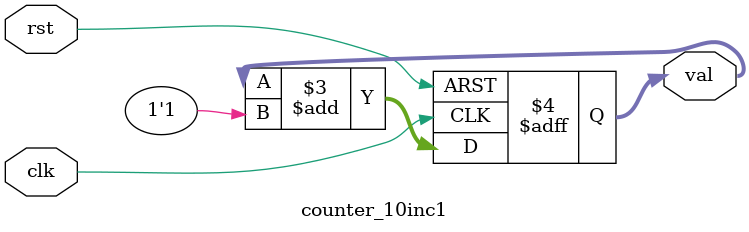
<source format=v>
module counter_10inc1(input clk, rst, output reg [9:0]val);

	always @(posedge clk or negedge rst) begin
	
		if (rst == 1'b0) begin
			val <= 9'b0;
		end else begin
			val <= val + 1'b1;
		end
	
	end
	
endmodule

</source>
